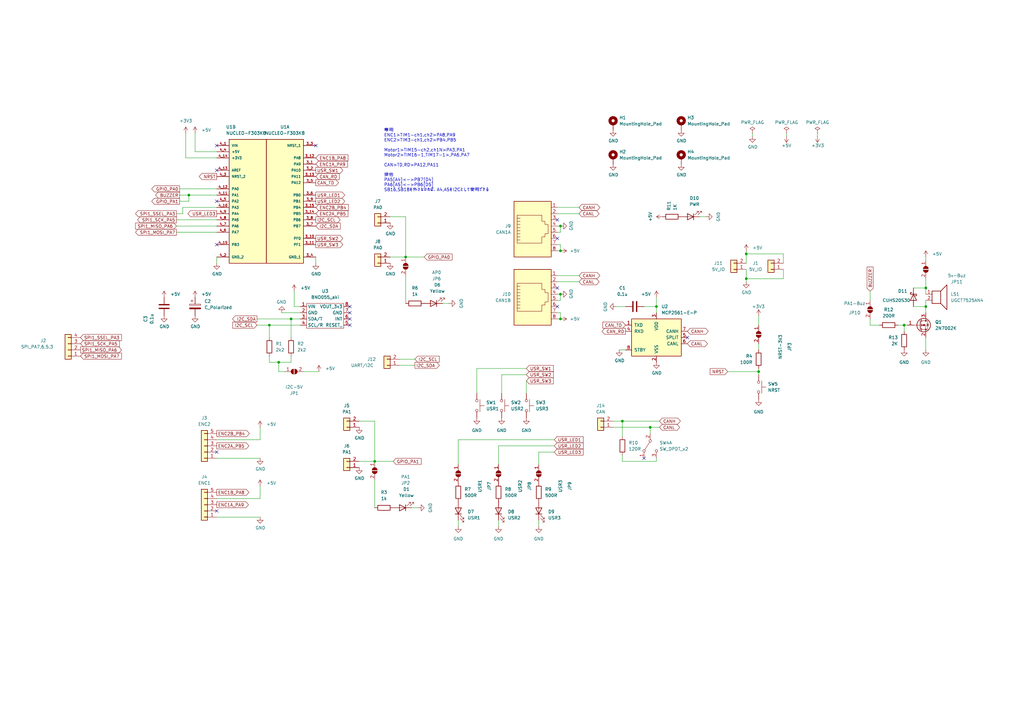
<source format=kicad_sch>
(kicad_sch (version 20211123) (generator eeschema)
  (paper "A3")
  (lib_symbols
    (symbol "Connector:RJ45" (pin_names (offset 1.016))
      (property "Reference" "J" (at -5.08 13.97 0))
      (property "Value" "RJ45" (at 2.54 13.97 0))
      (symbol "RJ45_1_1"
        (pin passive line (at 10.16 -7.62 180) (length 2.54) (name "~") (number "1"))
        (pin passive line (at 10.16 -5.08 180) (length 2.54) (name "~") (number "2"))
        (pin passive line (at 10.16 -2.54 180) (length 2.54) (name "~") (number "3"))
        (pin passive line (at 10.16 0 180) (length 2.54) (name "~") (number "4"))
        (pin passive line (at 10.16 2.54 180) (length 2.54) (name "~") (number "5"))
        (pin passive line (at 10.16 5.08 180) (length 2.54) (name "~") (number "6"))
        (pin passive line (at 10.16 7.62 180) (length 2.54) (name "~") (number "7"))
        (pin passive line (at 10.16 10.16 180) (length 2.54) (name "~") (number "8"))
      )
    )
    (symbol "Connector_Generic:Conn_01x02" (pin_names (offset 1.016) hide)
      (property "Reference" "J" (at 0 2.54 0))
      (property "Value" "Conn_01x02" (at 0 -5.08 0))
      (symbol "Conn_01x02_1_1"
        (pin passive line (at -5.08 0 0) (length 3.81) (name "Pin_1") (number "1"))
        (pin passive line (at -5.08 -2.54 0) (length 3.81) (name "Pin_2") (number "2"))
      )
    )
    (symbol "Connector_Generic:Conn_01x04" (pin_names (offset 1.016) hide)
      (property "Reference" "J" (at 0 5.08 0))
      (property "Value" "Conn_01x04" (at 0 -7.62 0))
      (symbol "Conn_01x04_1_1"
        (pin passive line (at -5.08 2.54 0) (length 3.81) (name "Pin_1") (number "1"))
        (pin passive line (at -5.08 0 0) (length 3.81) (name "Pin_2") (number "2"))
        (pin passive line (at -5.08 -2.54 0) (length 3.81) (name "Pin_3") (number "3"))
        (pin passive line (at -5.08 -5.08 0) (length 3.81) (name "Pin_4") (number "4"))
      )
    )
    (symbol "Connector_Generic:Conn_01x05" (pin_names (offset 1.016) hide)
      (property "Reference" "J" (at 0 7.62 0))
      (property "Value" "Conn_01x05" (at 0 -7.62 0))
      (symbol "Conn_01x05_1_1"
        (pin passive line (at -5.08 5.08 0) (length 3.81) (name "Pin_1") (number "1"))
        (pin passive line (at -5.08 2.54 0) (length 3.81) (name "Pin_2") (number "2"))
        (pin passive line (at -5.08 0 0) (length 3.81) (name "Pin_3") (number "3"))
        (pin passive line (at -5.08 -2.54 0) (length 3.81) (name "Pin_4") (number "4"))
        (pin passive line (at -5.08 -5.08 0) (length 3.81) (name "Pin_5") (number "5"))
      )
    )
    (symbol "Device:C" (pin_numbers hide) (pin_names (offset 0.254))
      (property "Reference" "C" (at 0.635 2.54 0))
      (property "Value" "C" (at 0.635 -2.54 0))
      (symbol "C_1_1"
        (pin passive line (at 0 3.81 270) (length 2.794) (name "~") (number "1"))
        (pin passive line (at 0 -3.81 90) (length 2.794) (name "~") (number "2"))
      )
    )
    (symbol "Device:C_Polarized" (pin_numbers hide) (pin_names (offset 0.254))
      (property "Reference" "C" (at 0.635 2.54 0))
      (property "Value" "C_Polarized" (at 0.635 -2.54 0))
      (symbol "C_Polarized_1_1"
        (pin passive line (at 0 3.81 270) (length 2.794) (name "~") (number "1"))
        (pin passive line (at 0 -3.81 90) (length 2.794) (name "~") (number "2"))
      )
    )
    (symbol "Device:D_Schottky" (pin_numbers hide) (pin_names (offset 1.016) hide)
      (property "Reference" "D" (at 0 2.54 0))
      (property "Value" "D_Schottky" (at 0 -2.54 0))
      (symbol "D_Schottky_1_1"
        (pin passive line (at -3.81 0 0) (length 2.54) (name "K") (number "1"))
        (pin passive line (at 3.81 0 180) (length 2.54) (name "A") (number "2"))
      )
    )
    (symbol "Device:LED" (pin_numbers hide) (pin_names (offset 1.016) hide)
      (property "Reference" "D" (at 0 2.54 0))
      (property "Value" "LED" (at 0 -2.54 0))
      (symbol "LED_1_1"
        (pin passive line (at -3.81 0 0) (length 2.54) (name "K") (number "1"))
        (pin passive line (at 3.81 0 180) (length 2.54) (name "A") (number "2"))
      )
    )
    (symbol "Device:Q_NMOS_GSD" (pin_names (offset 0) hide)
      (property "Reference" "Q" (at 5.08 1.27 0))
      (property "Value" "Q_NMOS_GSD" (at 5.08 -1.27 0))
      (symbol "Q_NMOS_GSD_1_1"
        (pin input line (at -5.08 0 0) (length 2.54) (name "G") (number "1"))
        (pin passive line (at 2.54 -5.08 90) (length 2.54) (name "S") (number "2"))
        (pin passive line (at 2.54 5.08 270) (length 2.54) (name "D") (number "3"))
      )
    )
    (symbol "Device:R" (pin_numbers hide) (pin_names (offset 0))
      (property "Reference" "R" (at 2.032 0 90))
      (property "Value" "R" (at 0 0 90))
      (symbol "R_1_1"
        (pin passive line (at 0 3.81 270) (length 1.27) (name "~") (number "1"))
        (pin passive line (at 0 -3.81 90) (length 1.27) (name "~") (number "2"))
      )
    )
    (symbol "Device:Speaker" (pin_names (offset 0) hide)
      (property "Reference" "LS" (at 1.27 5.715 0))
      (property "Value" "Speaker" (at 1.27 3.81 0))
      (symbol "Speaker_1_1"
        (pin input line (at -5.08 0 0) (length 2.54) (name "1") (number "1"))
        (pin input line (at -5.08 -2.54 0) (length 2.54) (name "2") (number "2"))
      )
    )
    (symbol "Interface_CAN_LIN:MCP2561-E-P" (pin_names (offset 1.016))
      (property "Reference" "U" (at -10.16 8.89 0))
      (property "Value" "MCP2561-E-P" (at 2.54 8.89 0))
      (symbol "MCP2561-E-P_1_1"
        (pin input line (at -12.7 5.08 0) (length 2.54) (name "TXD") (number "1"))
        (pin power_in line (at 0 -10.16 90) (length 2.54) (name "VSS") (number "2"))
        (pin power_in line (at 0 10.16 270) (length 2.54) (name "VDD") (number "3"))
        (pin output line (at -12.7 2.54 0) (length 2.54) (name "RXD") (number "4"))
        (pin passive line (at 12.7 0 180) (length 2.54) (name "SPLIT") (number "5"))
        (pin bidirectional line (at 12.7 -2.54 180) (length 2.54) (name "CANL") (number "6"))
        (pin bidirectional line (at 12.7 2.54 180) (length 2.54) (name "CANH") (number "7"))
        (pin input line (at -12.7 -5.08 0) (length 2.54) (name "STBY") (number "8"))
      )
    )
    (symbol "Jumper:SolderJumper_2_Open" (pin_names (offset 0) hide)
      (property "Reference" "JP" (at 0 2.032 0))
      (property "Value" "SolderJumper_2_Open" (at 0 -2.54 0))
      (symbol "SolderJumper_2_Open_1_1"
        (pin passive line (at -3.81 0 0) (length 2.54) (name "A") (number "1"))
        (pin passive line (at 3.81 0 180) (length 2.54) (name "B") (number "2"))
      )
    )
    (symbol "Mechanical:MountingHole_Pad" (pin_numbers hide) (pin_names (offset 1.016) hide)
      (property "Reference" "H" (at 0 6.35 0))
      (property "Value" "MountingHole_Pad" (at 0 4.445 0))
      (symbol "MountingHole_Pad_1_1"
        (pin input line (at 0 -2.54 90) (length 2.54) (name "1") (number "1"))
      )
    )
    (symbol "NUCLEO-F303K8:NUCLEO-F303K8" (pin_names (offset 1.016))
      (property "Reference" "U" (at -7.6292 25.9456 0))
      (property "Value" "NUCLEO-F303K8" (at -7.6233 -27.7005 0))
      (symbol "NUCLEO-F303K8_1_0"
        (pin bidirectional line (at 12.7 15.24 180) (length 5.08) (name "PA9") (number "3_1"))
        (pin bidirectional line (at 12.7 -15.24 180) (length 5.08) (name "PF0") (number "3_10"))
        (pin bidirectional line (at 12.7 -17.78 180) (length 5.08) (name "PF1") (number "3_11"))
        (pin bidirectional line (at 12.7 17.78 180) (length 5.08) (name "PA8") (number "3_12"))
        (pin bidirectional line (at 12.7 10.16 180) (length 5.08) (name "PA11") (number "3_13"))
        (pin bidirectional line (at 12.7 -5.08 180) (length 5.08) (name "PB5") (number "3_14"))
        (pin bidirectional line (at 12.7 -2.54 180) (length 5.08) (name "PB4") (number "3_15"))
        (pin bidirectional line (at 12.7 12.7 180) (length 5.08) (name "PA10") (number "3_2"))
        (pin bidirectional line (at 12.7 22.86 180) (length 5.08) (name "NRST_1") (number "3_3"))
        (pin power_in line (at 12.7 -22.86 180) (length 5.08) (name "GND_1") (number "3_4"))
        (pin bidirectional line (at 12.7 7.62 180) (length 5.08) (name "PA12") (number "3_5"))
        (pin bidirectional line (at 12.7 2.54 180) (length 5.08) (name "PB0") (number "3_6"))
        (pin bidirectional line (at 12.7 -10.16 180) (length 5.08) (name "PB7") (number "3_7"))
        (pin bidirectional line (at 12.7 -7.62 180) (length 5.08) (name "PB6") (number "3_8"))
        (pin bidirectional line (at 12.7 0 180) (length 5.08) (name "PB1") (number "3_9"))
      )
      (symbol "NUCLEO-F303K8_2_0"
        (pin power_in line (at 12.7 22.86 180) (length 5.08) (name "VIN") (number "4_1"))
        (pin bidirectional line (at 12.7 -2.54 180) (length 5.08) (name "PA3") (number "4_10"))
        (pin bidirectional line (at 12.7 2.54 180) (length 5.08) (name "PA1") (number "4_11"))
        (pin bidirectional line (at 12.7 5.08 180) (length 5.08) (name "PA0") (number "4_12"))
        (pin bidirectional line (at 12.7 12.7 180) (length 5.08) (name "AREF") (number "4_13"))
        (pin power_in line (at 12.7 17.78 180) (length 5.08) (name "+3V3") (number "4_14"))
        (pin bidirectional line (at 12.7 -17.78 180) (length 5.08) (name "PB3") (number "4_15"))
        (pin power_in line (at 12.7 -22.86 180) (length 5.08) (name "GND_2") (number "4_2"))
        (pin bidirectional line (at 12.7 10.16 180) (length 5.08) (name "NRST_2") (number "4_3"))
        (pin power_in line (at 12.7 20.32 180) (length 5.08) (name "+5V") (number "4_4"))
        (pin bidirectional line (at 12.7 0 180) (length 5.08) (name "PA2") (number "4_5"))
        (pin bidirectional line (at 12.7 -12.7 180) (length 5.08) (name "PA7") (number "4_6"))
        (pin bidirectional line (at 12.7 -10.16 180) (length 5.08) (name "PA6") (number "4_7"))
        (pin bidirectional line (at 12.7 -7.62 180) (length 5.08) (name "PA5") (number "4_8"))
        (pin bidirectional line (at 12.7 -5.08 180) (length 5.08) (name "PA4") (number "4_9"))
      )
    )
    (symbol "Original:BNO055_aki"
      (property "Reference" "U" (at 0 6.35 0))
      (property "Value" "BNO055_aki" (at 0 3.81 0))
      (symbol "BNO055_aki_1_1"
        (pin input line (at -2.54 -1.27 0) (length 2.54) (name "VIN") (number "1"))
        (pin input line (at -2.54 -3.81 0) (length 2.54) (name "GND") (number "2"))
        (pin input line (at -2.54 -6.35 0) (length 2.54) (name "SDA/T") (number "3"))
        (pin input line (at -2.54 -8.89 0) (length 2.54) (name "SCL/R") (number "4"))
        (pin input line (at 17.78 -8.89 180) (length 2.54) (name "RESET_") (number "5"))
        (pin input line (at 17.78 -6.35 180) (length 2.54) (name "INT") (number "6"))
        (pin input line (at 17.78 -3.81 180) (length 2.54) (name "GND") (number "7"))
        (pin input line (at 17.78 -1.27 180) (length 2.54) (name "VOUT_3v3") (number "8"))
      )
    )
    (symbol "Switch:SW_DPDT_x2" (pin_names (offset 0) hide)
      (property "Reference" "SW" (at 0 4.318 0))
      (property "Value" "SW_DPDT_x2" (at 0 -5.08 0))
      (symbol "SW_DPDT_x2_1_1"
        (pin passive line (at 5.08 2.54 180) (length 2.54) (name "A") (number "1"))
        (pin passive line (at -5.08 0 0) (length 2.54) (name "B") (number "2"))
        (pin passive line (at 5.08 -2.54 180) (length 2.54) (name "C") (number "3"))
      )
      (symbol "SW_DPDT_x2_2_1"
        (pin passive line (at 5.08 2.54 180) (length 2.54) (name "A") (number "4"))
        (pin passive line (at -5.08 0 0) (length 2.54) (name "B") (number "5"))
        (pin passive line (at 5.08 -2.54 180) (length 2.54) (name "C") (number "6"))
      )
    )
    (symbol "Switch:SW_Push" (pin_numbers hide) (pin_names (offset 1.016) hide)
      (property "Reference" "SW" (at 1.27 2.54 0))
      (property "Value" "SW_Push" (at 0 -1.524 0))
      (symbol "SW_Push_0_1"
        (pin passive line (at -5.08 0 0) (length 2.54) (name "1") (number "1"))
        (pin passive line (at 5.08 0 180) (length 2.54) (name "2") (number "2"))
      )
    )
    (symbol "power:+3V3" (power) (pin_names (offset 0))
      (property "Value" "+3V3" (at 0 3.556 0))
      (symbol "+3V3_1_1"
        (pin power_in line (at 0 0 90) (length 0) hide (name "+3V3") (number "1"))
      )
    )
    (symbol "power:+5V" (power) (pin_names (offset 0))
      (property "Value" "+5V" (at 0 3.556 0))
      (symbol "+5V_1_1"
        (pin power_in line (at 0 0 90) (length 0) hide (name "+5V") (number "1"))
      )
    )
    (symbol "power:GND" (power) (pin_names (offset 0))
      (property "Value" "GND" (at 0 -3.81 0))
      (symbol "GND_1_1"
        (pin power_in line (at 0 0 270) (length 0) hide (name "GND") (number "1"))
      )
    )
    (symbol "power:PWR_FLAG" (power) (pin_numbers hide) (pin_names (offset 0) hide)
      (property "Value" "PWR_FLAG" (at 0 3.81 0))
      (symbol "PWR_FLAG_0_0"
        (pin power_out line (at 0 0 90) (length 0) (name "pwr") (number "1"))
      )
    )
  )
  (junction (at 119.38 130.81))
  (junction (at 229.87 130.81))
  (junction (at 77.47 80.01))
  (junction (at 229.87 92.71))
  (junction (at 269.24 125.73))
  (junction (at 110.49 133.35))
  (junction (at 255.27 172.72))
  (junction (at 166.37 105.41))
  (junction (at 379.73 118.11))
  (junction (at 306.07 114.3))
  (junction (at 311.15 152.4))
  (junction (at 370.84 133.35))
  (junction (at 306.07 104.14))
  (junction (at 153.67 189.23))
  (junction (at 229.87 102.87))
  (junction (at 379.73 125.73))
  (junction (at 266.7 175.26))
  (junction (at 114.3 148.59))
  (junction (at 229.87 120.65))
  (no_connect (at 143.51 128.27))
  (no_connect (at 129.54 59.69))
  (no_connect (at 143.51 130.81))
  (no_connect (at 228.6 118.11))
  (no_connect (at 264.16 187.96))
  (no_connect (at 143.51 133.35))
  (no_connect (at 228.6 90.17))
  (no_connect (at 281.94 138.43))
  (no_connect (at 88.9 59.69))
  (no_connect (at 88.9 82.55))
  (no_connect (at 228.6 125.73))
  (no_connect (at 88.9 209.55))
  (no_connect (at 228.6 97.79))
  (no_connect (at 88.9 185.42))
  (no_connect (at 88.9 69.85))
  (no_connect (at 88.9 100.33))
  (no_connect (at 143.51 125.73))
  (wire (pts (xy 88.9 180.34) (xy 106.68 180.34)))
  (wire (pts (xy 74.93 87.63) (xy 72.39 87.63)))
  (wire (pts (xy 106.68 180.34) (xy 106.68 175.26)))
  (wire (pts (xy 306.07 102.87) (xy 306.07 104.14)))
  (wire (pts (xy 368.3 133.35) (xy 370.84 133.35)))
  (wire (pts (xy 228.6 123.19) (xy 229.87 123.19)))
  (wire (pts (xy 228.6 130.81) (xy 229.87 130.81)))
  (wire (pts (xy 228.6 102.87) (xy 229.87 102.87)))
  (wire (pts (xy 379.73 123.19) (xy 379.73 125.73)))
  (wire (pts (xy 72.39 92.71) (xy 88.9 92.71)))
  (wire (pts (xy 110.49 148.59) (xy 114.3 148.59)))
  (wire (pts (xy 153.67 189.23) (xy 161.29 189.23)))
  (wire (pts (xy 114.3 148.59) (xy 119.38 148.59)))
  (wire (pts (xy 306.07 104.14) (xy 306.07 107.95)))
  (wire (pts (xy 181.61 124.46) (xy 184.15 124.46)))
  (wire (pts (xy 204.47 213.36) (xy 204.47 215.9)))
  (wire (pts (xy 228.6 128.27) (xy 229.87 128.27)))
  (wire (pts (xy 74.93 85.09) (xy 88.9 85.09)))
  (wire (pts (xy 114.3 148.59) (xy 114.3 152.4)))
  (wire (pts (xy 228.6 85.09) (xy 237.49 85.09)))
  (wire (pts (xy 147.32 172.72) (xy 153.67 172.72)))
  (wire (pts (xy 228.6 113.03) (xy 237.49 113.03)))
  (wire (pts (xy 72.39 95.25) (xy 88.9 95.25)))
  (wire (pts (xy 322.58 54.61) (xy 322.58 55.88)))
  (wire (pts (xy 264.16 125.73) (xy 269.24 125.73)))
  (wire (pts (xy 163.83 147.32) (xy 170.18 147.32)))
  (wire (pts (xy 166.37 88.9) (xy 166.37 105.41)))
  (wire (pts (xy 308.61 55.88) (xy 308.61 54.61)))
  (wire (pts (xy 166.37 105.41) (xy 173.99 105.41)))
  (wire (pts (xy 227.33 180.34) (xy 187.96 180.34)))
  (wire (pts (xy 255.27 186.69) (xy 255.27 189.23)))
  (wire (pts (xy 220.98 213.36) (xy 220.98 215.9)))
  (wire (pts (xy 227.33 182.88) (xy 204.47 182.88)))
  (wire (pts (xy 251.46 172.72) (xy 255.27 172.72)))
  (wire (pts (xy 266.7 175.26) (xy 270.51 175.26)))
  (wire (pts (xy 195.58 161.29) (xy 195.58 151.13)))
  (wire (pts (xy 228.6 95.25) (xy 229.87 95.25)))
  (wire (pts (xy 73.66 80.01) (xy 77.47 80.01)))
  (wire (pts (xy 356.87 130.81) (xy 356.87 133.35)))
  (wire (pts (xy 255.27 189.23) (xy 269.24 189.23)))
  (wire (pts (xy 370.84 133.35) (xy 372.11 133.35)))
  (wire (pts (xy 147.32 189.23) (xy 153.67 189.23)))
  (wire (pts (xy 72.39 90.17) (xy 88.9 90.17)))
  (wire (pts (xy 168.91 208.28) (xy 171.45 208.28)))
  (wire (pts (xy 306.07 104.14) (xy 321.31 104.14)))
  (wire (pts (xy 153.67 172.72) (xy 153.67 189.23)))
  (wire (pts (xy 379.73 114.3) (xy 379.73 118.11)))
  (wire (pts (xy 120.65 125.73) (xy 123.19 125.73)))
  (wire (pts (xy 374.65 125.73) (xy 379.73 125.73)))
  (wire (pts (xy 220.98 190.5) (xy 220.98 185.42)))
  (wire (pts (xy 379.73 118.11) (xy 379.73 120.65)))
  (wire (pts (xy 105.41 130.81) (xy 119.38 130.81)))
  (wire (pts (xy 298.45 152.4) (xy 311.15 152.4)))
  (wire (pts (xy 166.37 113.03) (xy 166.37 124.46)))
  (wire (pts (xy 74.93 85.09) (xy 74.93 87.63)))
  (wire (pts (xy 220.98 185.42) (xy 227.33 185.42)))
  (wire (pts (xy 110.49 133.35) (xy 110.49 138.43)))
  (wire (pts (xy 114.3 152.4) (xy 116.84 152.4)))
  (wire (pts (xy 77.47 82.55) (xy 77.47 80.01)))
  (wire (pts (xy 311.15 151.13) (xy 311.15 152.4)))
  (wire (pts (xy 379.73 125.73) (xy 379.73 128.27)))
  (wire (pts (xy 370.84 135.89) (xy 370.84 133.35)))
  (wire (pts (xy 255.27 172.72) (xy 270.51 172.72)))
  (wire (pts (xy 110.49 133.35) (xy 123.19 133.35)))
  (wire (pts (xy 306.07 110.49) (xy 306.07 114.3)))
  (wire (pts (xy 255.27 172.72) (xy 255.27 179.07)))
  (wire (pts (xy 215.9 156.21) (xy 215.9 161.29)))
  (wire (pts (xy 80.01 54.61) (xy 80.01 62.23)))
  (wire (pts (xy 269.24 121.92) (xy 269.24 125.73)))
  (wire (pts (xy 229.87 100.33) (xy 229.87 102.87)))
  (wire (pts (xy 124.46 152.4) (xy 130.81 152.4)))
  (wire (pts (xy 187.96 180.34) (xy 187.96 190.5)))
  (wire (pts (xy 205.74 153.67) (xy 215.9 153.67)))
  (wire (pts (xy 266.7 175.26) (xy 266.7 177.8)))
  (wire (pts (xy 228.6 100.33) (xy 229.87 100.33)))
  (wire (pts (xy 77.47 80.01) (xy 88.9 80.01)))
  (wire (pts (xy 229.87 120.65) (xy 229.87 123.19)))
  (wire (pts (xy 321.31 110.49) (xy 321.31 114.3)))
  (wire (pts (xy 379.73 105.41) (xy 379.73 106.68)))
  (wire (pts (xy 153.67 196.85) (xy 153.67 208.28)))
  (wire (pts (xy 195.58 151.13) (xy 215.9 151.13)))
  (wire (pts (xy 356.87 133.35) (xy 360.68 133.35)))
  (wire (pts (xy 187.96 213.36) (xy 187.96 215.9)))
  (wire (pts (xy 251.46 175.26) (xy 266.7 175.26)))
  (wire (pts (xy 311.15 129.54) (xy 311.15 133.35)))
  (wire (pts (xy 115.57 128.27) (xy 123.19 128.27)))
  (wire (pts (xy 106.68 204.47) (xy 106.68 199.39)))
  (wire (pts (xy 287.02 88.9) (xy 289.56 88.9)))
  (wire (pts (xy 228.6 120.65) (xy 229.87 120.65)))
  (wire (pts (xy 73.66 82.55) (xy 77.47 82.55)))
  (wire (pts (xy 228.6 115.57) (xy 237.49 115.57)))
  (wire (pts (xy 88.9 107.95) (xy 88.9 105.41)))
  (wire (pts (xy 228.6 92.71) (xy 229.87 92.71)))
  (wire (pts (xy 254 143.51) (xy 256.54 143.51)))
  (wire (pts (xy 110.49 146.05) (xy 110.49 148.59)))
  (wire (pts (xy 119.38 130.81) (xy 119.38 138.43)))
  (wire (pts (xy 105.41 133.35) (xy 110.49 133.35)))
  (wire (pts (xy 356.87 119.38) (xy 356.87 123.19)))
  (wire (pts (xy 269.24 187.96) (xy 269.24 189.23)))
  (wire (pts (xy 160.02 105.41) (xy 166.37 105.41)))
  (wire (pts (xy 229.87 128.27) (xy 229.87 130.81)))
  (wire (pts (xy 321.31 114.3) (xy 306.07 114.3)))
  (wire (pts (xy 73.66 77.47) (xy 88.9 77.47)))
  (wire (pts (xy 379.73 138.43) (xy 379.73 143.51)))
  (wire (pts (xy 205.74 161.29) (xy 205.74 153.67)))
  (wire (pts (xy 129.54 107.95) (xy 129.54 105.41)))
  (wire (pts (xy 163.83 149.86) (xy 170.18 149.86)))
  (wire (pts (xy 80.01 62.23) (xy 88.9 62.23)))
  (wire (pts (xy 269.24 125.73) (xy 269.24 128.27)))
  (wire (pts (xy 119.38 130.81) (xy 123.19 130.81)))
  (wire (pts (xy 311.15 152.4) (xy 311.15 153.67)))
  (wire (pts (xy 88.9 204.47) (xy 106.68 204.47)))
  (wire (pts (xy 80.01 121.92) (xy 80.0099 121.92)))
  (wire (pts (xy 76.2 54.61) (xy 76.2 64.77)))
  (wire (pts (xy 252.73 125.73) (xy 256.54 125.73)))
  (wire (pts (xy 306.07 114.3) (xy 306.07 115.57)))
  (wire (pts (xy 204.47 182.88) (xy 204.47 190.5)))
  (wire (pts (xy 335.28 54.61) (xy 335.28 55.88)))
  (wire (pts (xy 321.31 107.95) (xy 321.31 104.14)))
  (wire (pts (xy 160.02 88.9) (xy 166.37 88.9)))
  (wire (pts (xy 120.65 119.38) (xy 120.65 125.73)))
  (wire (pts (xy 106.68 187.96) (xy 88.9 187.96)))
  (wire (pts (xy 228.6 87.63) (xy 237.49 87.63)))
  (wire (pts (xy 119.38 146.05) (xy 119.38 148.59)))
  (wire (pts (xy 229.87 92.71) (xy 229.87 95.25)))
  (wire (pts (xy 76.2 64.77) (xy 88.9 64.77)))
  (wire (pts (xy 106.68 212.09) (xy 88.9 212.09)))
  (wire (pts (xy 374.65 118.11) (xy 379.73 118.11)))
  (wire (pts (xy 311.15 140.97) (xy 311.15 143.51)))
  (text "専用\nENC1>TIM1-ch1.ch2>PA8,PA9\nENC2>TIM3-ch1,ch2>PB4,PB5\n\nMotor1>TIM15-ch2,ch1N>PA3,PA1\nMotor2>TIM16-1,TIM17-1>,PA6,PA7\n\nCAN>TD,RD>PA12,PA11" (at 157.48 68.58 0) (effects (font (size 1.27 1.27)) (justify left bottom)))
  (text "排他\nPA5[A4]<->PB7[D4]\nPA6[A5]<->PB6[D5]\nSB16,SB18を外さなければ、A4,A5をI2Cとして使用できる" (at 157.48 78.74 0) (effects (font (size 1.27 1.27)) (justify left bottom)))
  (global_label "USR_SW3" (shape output) (at 129.54 100.33 0) (property "Intersheet References" "${INTERSHEET_REFS}" (effects hide)))
  (global_label "I2C_SDA" (shape input) (at 129.54 92.71 0) (property "Intersheet References" "${INTERSHEET_REFS}" (effects hide)))
  (global_label "I2C_SCL" (shape input) (at 170.18 147.32 0) (property "Intersheet References" "${INTERSHEET_REFS}" (effects hide)))
  (global_label "USR_SW3" (shape input) (at 215.9 156.21 0) (property "Intersheet References" "${INTERSHEET_REFS}" (effects hide)))
  (global_label "ENC2B_PB4" (shape input) (at 129.54 85.09 0) (property "Intersheet References" "${INTERSHEET_REFS}" (effects hide)))
  (global_label "CANH" (shape bidirectional) (at 237.49 113.03 0) (property "Intersheet References" "${INTERSHEET_REFS}" (effects hide)))
  (global_label "ENC1A_PA9" (shape input) (at 129.54 67.31 0) (property "Intersheet References" "${INTERSHEET_REFS}" (effects hide)))
  (global_label "ENC1A_PA9" (shape output) (at 88.9 207.01 0) (property "Intersheet References" "${INTERSHEET_REFS}" (effects hide)))
  (global_label "USR_SW2" (shape output) (at 129.54 97.79 0) (property "Intersheet References" "${INTERSHEET_REFS}" (effects hide)))
  (global_label "BUZZER" (shape output) (at 73.66 80.01 180) (property "Intersheet References" "${INTERSHEET_REFS}" (effects hide)))
  (global_label "NRST" (shape input) (at 298.45 152.4 180) (property "Intersheet References" "${INTERSHEET_REFS}" (effects hide)))
  (global_label "ENC2B_PB4" (shape output) (at 88.9 177.8 0) (property "Intersheet References" "${INTERSHEET_REFS}" (effects hide)))
  (global_label "SPI1_SSEL_PA3" (shape output) (at 72.39 87.63 180) (property "Intersheet References" "${INTERSHEET_REFS}" (effects hide)))
  (global_label "NRST" (shape output) (at 88.9 72.39 180) (property "Intersheet References" "${INTERSHEET_REFS}" (effects hide)))
  (global_label "CANL" (shape bidirectional) (at 237.49 115.57 0) (property "Intersheet References" "${INTERSHEET_REFS}" (effects hide)))
  (global_label "CANL" (shape bidirectional) (at 270.51 175.26 0) (property "Intersheet References" "${INTERSHEET_REFS}" (effects hide)))
  (global_label "SPI1_MOSI_PA7" (shape input) (at 33.02 146.05 0) (property "Intersheet References" "${INTERSHEET_REFS}" (effects hide)))
  (global_label "GPIO_PA1" (shape input) (at 161.29 189.23 0) (property "Intersheet References" "${INTERSHEET_REFS}" (effects hide)))
  (global_label "ENC2A_PB5" (shape input) (at 129.54 87.63 0) (property "Intersheet References" "${INTERSHEET_REFS}" (effects hide)))
  (global_label "USR_SW2" (shape input) (at 215.9 153.67 0) (property "Intersheet References" "${INTERSHEET_REFS}" (effects hide)))
  (global_label "USR_LED2" (shape input) (at 227.33 182.88 0) (property "Intersheet References" "${INTERSHEET_REFS}" (effects hide)))
  (global_label "I2C_SDA" (shape output) (at 105.41 130.81 180) (property "Intersheet References" "${INTERSHEET_REFS}" (effects hide)))
  (global_label "SPI1_MOSI_PA7" (shape output) (at 72.39 95.25 180) (property "Intersheet References" "${INTERSHEET_REFS}" (effects hide)))
  (global_label "I2C_SCL" (shape input) (at 105.41 133.35 180) (property "Intersheet References" "${INTERSHEET_REFS}" (effects hide)))
  (global_label "I2C_SDA" (shape output) (at 170.18 149.86 0) (property "Intersheet References" "${INTERSHEET_REFS}" (effects hide)))
  (global_label "ENC2A_PB5" (shape output) (at 88.9 182.88 0) (property "Intersheet References" "${INTERSHEET_REFS}" (effects hide)))
  (global_label "BUZZER" (shape input) (at 356.87 119.38 90) (property "Intersheet References" "${INTERSHEET_REFS}" (effects hide)))
  (global_label "USR_LED3" (shape input) (at 227.33 185.42 0) (property "Intersheet References" "${INTERSHEET_REFS}" (effects hide)))
  (global_label "CANH" (shape bidirectional) (at 270.51 172.72 0) (property "Intersheet References" "${INTERSHEET_REFS}" (effects hide)))
  (global_label "USR_LED3" (shape output) (at 88.9 87.63 180) (property "Intersheet References" "${INTERSHEET_REFS}" (effects hide)))
  (global_label "SPI1_MISO_PA6" (shape input) (at 72.39 92.71 180) (property "Intersheet References" "${INTERSHEET_REFS}" (effects hide)))
  (global_label "GPIO_PA0" (shape input) (at 173.99 105.41 0) (property "Intersheet References" "${INTERSHEET_REFS}" (effects hide)))
  (global_label "CAN_RD" (shape input) (at 129.54 72.39 0) (property "Intersheet References" "${INTERSHEET_REFS}" (effects hide)))
  (global_label "GPIO_PA0" (shape output) (at 73.66 77.47 180) (property "Intersheet References" "${INTERSHEET_REFS}" (effects hide)))
  (global_label "USR_LED1" (shape output) (at 129.54 80.01 0) (property "Intersheet References" "${INTERSHEET_REFS}" (effects hide)))
  (global_label "USR_SW1" (shape output) (at 129.54 69.85 0) (property "Intersheet References" "${INTERSHEET_REFS}" (effects hide)))
  (global_label "ENC1B_PA8" (shape input) (at 129.54 64.77 0) (property "Intersheet References" "${INTERSHEET_REFS}" (effects hide)))
  (global_label "I2C_SCL" (shape output) (at 129.54 90.17 0) (property "Intersheet References" "${INTERSHEET_REFS}" (effects hide)))
  (global_label "SPI1_MISO_PA6" (shape output) (at 33.02 143.51 0) (property "Intersheet References" "${INTERSHEET_REFS}" (effects hide)))
  (global_label "GPIO_PA1" (shape output) (at 73.66 82.55 180) (property "Intersheet References" "${INTERSHEET_REFS}" (effects hide)))
  (global_label "SPI1_SCK_PA5" (shape output) (at 72.39 90.17 180) (property "Intersheet References" "${INTERSHEET_REFS}" (effects hide)))
  (global_label "SPI1_SCK_PA5" (shape input) (at 33.02 140.97 0) (property "Intersheet References" "${INTERSHEET_REFS}" (effects hide)))
  (global_label "CANL" (shape bidirectional) (at 237.49 87.63 0) (property "Intersheet References" "${INTERSHEET_REFS}" (effects hide)))
  (global_label "CAN_TD" (shape input) (at 256.54 133.35 180) (property "Intersheet References" "${INTERSHEET_REFS}" (effects hide)))
  (global_label "USR_LED2" (shape output) (at 129.54 82.55 0) (property "Intersheet References" "${INTERSHEET_REFS}" (effects hide)))
  (global_label "CAN_RD" (shape output) (at 256.54 135.89 180) (property "Intersheet References" "${INTERSHEET_REFS}" (effects hide)))
  (global_label "ENC1B_PA8" (shape output) (at 88.9 201.93 0) (property "Intersheet References" "${INTERSHEET_REFS}" (effects hide)))
  (global_label "USR_LED1" (shape input) (at 227.33 180.34 0) (property "Intersheet References" "${INTERSHEET_REFS}" (effects hide)))
  (global_label "USR_SW1" (shape input) (at 215.9 151.13 0) (property "Intersheet References" "${INTERSHEET_REFS}" (effects hide)))
  (global_label "CANH" (shape bidirectional) (at 281.94 135.89 0) (property "Intersheet References" "${INTERSHEET_REFS}" (effects hide)))
  (global_label "CANH" (shape bidirectional) (at 237.49 85.09 0) (property "Intersheet References" "${INTERSHEET_REFS}" (effects hide)))
  (global_label "CANL" (shape bidirectional) (at 281.94 140.97 0) (property "Intersheet References" "${INTERSHEET_REFS}" (effects hide)))
  (global_label "CAN_TD" (shape output) (at 129.54 74.93 0) (property "Intersheet References" "${INTERSHEET_REFS}" (effects hide)))
  (global_label "SPI1_SSEL_PA3" (shape input) (at 33.02 138.43 0) (property "Intersheet References" "${INTERSHEET_REFS}" (effects hide)))
  (symbol (lib_id "Device:LED") (at 187.96 209.55 90) (unit 1)
    (property "Reference" "D7" (at 191.77 209.8674 90) (effects (justify right)))
    (property "Value" "USR1" (at 191.77 212.4074 90) (effects (justify right)))
    (property "Footprint" "LED_SMD:LED_0603_1608Metric" (effects hide))
    (property "Datasheet" "https://akizukidenshi.com/catalog/g/gI-11879/" (effects hide))
  )
  (symbol (lib_id "Jumper:SolderJumper_2_Open") (at 204.47 194.31 270) (unit 1)
    (property "Reference" "JP8" (at 217.17 199.39 0))
    (property "Value" "USR2" (at 213.36 199.39 0))
    (property "Footprint" "Original:solderbridge" (effects hide))
  )
  (symbol (lib_id "power:+5V") (at 229.87 102.87 270) (unit 1)
    (property "Reference" "#PWR028" (effects hide))
    (property "Value" "+5V" (at 233.68 102.8699 90) (effects (justify left)))
  )
  (symbol (lib_id "Jumper:SolderJumper_2_Open") (at 220.98 194.31 270) (unit 1)
    (property "Reference" "JP9" (at 233.68 199.39 0))
    (property "Value" "USR3" (at 229.87 199.39 0))
    (property "Footprint" "Original:solderbridge" (effects hide))
  )
  (symbol (lib_id "Jumper:SolderJumper_2_Open") (at 311.15 137.16 270) (unit 1)
    (property "Reference" "JP3" (at 323.85 142.24 0))
    (property "Value" "NRST-3V3" (at 320.04 142.24 0))
    (property "Footprint" "Original:solderbridge" (effects hide))
  )
  (symbol (lib_id "Device:R") (at 110.49 142.24 0) (unit 1)
    (property "Reference" "R1" (at 113.03 140.9699 0) (effects (justify left)))
    (property "Value" "2k2" (at 113.03 143.5099 0) (effects (justify left)))
    (property "Footprint" "Resistor_SMD:R_0805_2012Metric" (effects hide))
  )
  (symbol (lib_id "power:GND") (at 184.15 124.46 90) (unit 1)
    (property "Reference" "#PWR020" (effects hide))
    (property "Value" "GND" (at 189.23 124.46 0))
  )
  (symbol (lib_id "Device:Speaker") (at 384.81 120.65 0) (unit 1)
    (property "Reference" "LS1" (at 389.89 120.6499 0) (effects (justify left)))
    (property "Value" "UGCT7525AN4" (at 389.89 123.1899 0) (effects (justify left)))
    (property "Footprint" "Original:UGCT7525AN4" (effects hide))
  )
  (symbol (lib_id "Switch:SW_Push") (at 311.15 158.75 270) (unit 1)
    (property "Reference" "SW5" (at 314.96 157.4799 90) (effects (justify left)))
    (property "Value" "NRST" (at 314.96 160.0199 90) (effects (justify left)))
    (property "Footprint" "Original:SW_SPST_PTS810_HandSolder" (effects hide))
    (property "Datasheet" "https://akizukidenshi.com/catalog/g/gP-06185/" (effects hide))
  )
  (symbol (lib_id "Device:LED") (at 165.1 208.28 180) (unit 1)
    (property "Reference" "D1" (at 166.6875 200.66 0))
    (property "Value" "Yellow" (at 166.6875 203.2 0))
    (property "Footprint" "LED_SMD:LED_0603_1608Metric" (effects hide))
  )
  (symbol (lib_id "Mechanical:MountingHole_Pad") (at 279.4 50.8 0) (unit 1)
    (property "Reference" "H3" (at 281.94 48.2599 0) (effects (justify left)))
    (property "Value" "MountingHole_Pad" (at 281.94 50.7999 0) (effects (justify left)))
    (property "Footprint" "MountingHole:MountingHole_3.2mm_M3_DIN965_Pad" (effects hide))
  )
  (symbol (lib_id "power:GND") (at 88.9 107.95 0) (unit 1)
    (property "Reference" "#PWR05" (effects hide))
    (property "Value" "GND" (at 89.027 112.3442 0))
  )
  (symbol (lib_id "Device:C") (at 260.35 125.73 90) (unit 1)
    (property "Reference" "C1" (at 255.27 118.11 90))
    (property "Value" "0.1u" (at 255.27 120.65 90))
    (property "Footprint" "Capacitor_SMD:C_0805_2012Metric_Pad1.18x1.45mm_HandSolder" (effects hide))
  )
  (symbol (lib_id "power:+5V") (at 67.31 121.92 0) (mirror y) (unit 1)
    (property "Reference" "#PWR017" (effects hide))
    (property "Value" "+5V" (at 69.85 120.6499 0) (effects (justify right)))
  )
  (symbol (lib_id "power:+5V") (at 269.24 121.92 0) (unit 1)
    (property "Reference" "#PWR035" (effects hide))
    (property "Value" "+5V" (at 262.89 120.65 0) (effects (justify left)))
  )
  (symbol (lib_id "power:GND") (at 160.02 91.44 0) (unit 1)
    (property "Reference" "#PWR018" (effects hide))
    (property "Value" "GND" (at 160.147 95.8342 0))
  )
  (symbol (lib_id "Connector_Generic:Conn_01x02") (at 142.24 175.26 180) (unit 1)
    (property "Reference" "J5" (at 142.24 166.37 0))
    (property "Value" "PA1" (at 142.24 168.91 0))
    (property "Footprint" "Connector_PinHeader_2.54mm:PinHeader_1x02_P2.54mm_Vertical" (effects hide))
  )
  (symbol (lib_id "power:GND") (at 229.87 120.65 90) (unit 1)
    (property "Reference" "#PWR029" (effects hide))
    (property "Value" "GND" (at 234.2642 120.523 0))
  )
  (symbol (lib_id "Mechanical:MountingHole_Pad") (at 251.46 50.8 0) (unit 1)
    (property "Reference" "H1" (at 254 48.2599 0) (effects (justify left)))
    (property "Value" "MountingHole_Pad" (at 254 50.7999 0) (effects (justify left)))
    (property "Footprint" "MountingHole:MountingHole_3.2mm_M3_DIN965_Pad" (effects hide))
  )
  (symbol (lib_id "power:+5V") (at 106.68 199.39 0) (mirror y) (unit 1)
    (property "Reference" "#PWR08" (effects hide))
    (property "Value" "+5V" (at 109.22 198.1199 0) (effects (justify right)))
  )
  (symbol (lib_id "Device:R") (at 204.47 201.93 0) (unit 1)
    (property "Reference" "R8" (at 207.01 200.6599 0) (effects (justify left)))
    (property "Value" "500R" (at 207.01 203.1999 0) (effects (justify left)))
    (property "Footprint" "Resistor_SMD:R_0805_2012Metric" (effects hide))
  )
  (symbol (lib_id "Device:R") (at 311.15 147.32 0) (mirror x) (unit 1)
    (property "Reference" "R4" (at 308.61 146.0499 0) (effects (justify right)))
    (property "Value" "100R" (at 308.61 148.5899 0) (effects (justify right)))
    (property "Footprint" "Resistor_SMD:R_0805_2012Metric_Pad1.20x1.40mm_HandSolder" (effects hide))
  )
  (symbol (lib_id "Device:D_Schottky") (at 374.65 121.92 90) (mirror x) (unit 1)
    (property "Reference" "D11" (at 368.3 119.38 90) (effects (justify right)))
    (property "Value" "CUHS20S30" (at 361.95 123.19 90) (effects (justify right)))
    (property "Footprint" "Diode_SMD:D_TUMD2" (effects hide))
  )
  (symbol (lib_id "Connector_Generic:Conn_01x05") (at 83.82 207.01 180) (unit 1)
    (property "Reference" "J4" (at 83.82 195.58 0))
    (property "Value" "ENC1" (at 83.82 198.12 0))
    (property "Footprint" "Connector_JST:JST_XA_B05B-XASK-1_1x05_P2.50mm_Vertical" (effects hide))
  )
  (symbol (lib_id "power:GND") (at 115.57 128.27 180) (unit 1)
    (property "Reference" "#PWR010" (effects hide))
    (property "Value" "GND" (at 115.443 123.8758 0))
  )
  (symbol (lib_id "power:GND") (at 251.46 67.31 0) (unit 1)
    (property "Reference" "#PWR032" (effects hide))
    (property "Value" "GND" (at 251.587 71.7042 0))
  )
  (symbol (lib_id "power:GND") (at 254 143.51 0) (unit 1)
    (property "Reference" "#PWR034" (effects hide))
    (property "Value" "GND" (at 254.127 147.9042 0))
  )
  (symbol (lib_id "Connector_Generic:Conn_01x02") (at 300.99 110.49 180) (unit 1)
    (property "Reference" "J11" (at 294.64 107.95 0))
    (property "Value" "5V_IO" (at 294.64 110.49 0))
    (property "Footprint" "Connector_JST:JST_XA_B02B-XASK-1_1x02_P2.50mm_Vertical" (effects hide))
  )
  (symbol (lib_id "Connector_Generic:Conn_01x02") (at 246.38 175.26 180) (unit 1)
    (property "Reference" "J14" (at 246.38 166.37 0))
    (property "Value" "CAN" (at 246.38 168.91 0))
    (property "Footprint" "Connector_JST:JST_GH_SM02B-GHS-TB_1x02-1MP_P1.25mm_Horizontal" (effects hide))
  )
  (symbol (lib_id "power:GND") (at 67.31 129.54 0) (unit 1)
    (property "Reference" "#PWR051" (effects hide))
    (property "Value" "GND" (at 67.437 133.9342 0))
  )
  (symbol (lib_id "NUCLEO-F303K8:NUCLEO-F303K8") (at 116.84 82.55 0) (unit 1)
    (property "Reference" "U1" (at 116.84 52.07 0))
    (property "Value" "NUCLEO-F303K8" (at 116.84 54.61 0))
    (property "Footprint" "NUCLEO-F303K8:MODULE_NUCLEO-F303K8" (effects hide))
    (property "PARTREV" "5" (effects hide))
    (property "MANUFACTURER" "STMicroelectronics" (effects hide))
    (property "SNAPEDA_PN" "NUCLEO-F303K8" (effects hide))
    (property "MAXIMUM_PACKAGE_HEIGHT" "N/A" (effects hide))
    (property "STANDARD" "Manufacturer Recommendations" (effects hide))
  )
  (symbol (lib_id "power:GND") (at 306.07 115.57 0) (unit 1)
    (property "Reference" "#PWR043" (effects hide))
    (property "Value" "GND" (at 306.197 119.9642 0))
  )
  (symbol (lib_id "power:GND") (at 195.58 171.45 0) (unit 1)
    (property "Reference" "#PWR022" (effects hide))
    (property "Value" "GND" (at 195.58 176.53 0))
  )
  (symbol (lib_id "power:GND") (at 160.02 107.95 0) (unit 1)
    (property "Reference" "#PWR019" (effects hide))
    (property "Value" "GND" (at 160.147 112.3442 0))
  )
  (symbol (lib_id "Device:LED") (at 220.98 209.55 90) (unit 1)
    (property "Reference" "D9" (at 224.79 209.8674 90) (effects (justify right)))
    (property "Value" "USR3" (at 224.79 212.4074 90) (effects (justify right)))
    (property "Footprint" "LED_SMD:LED_0603_1608Metric" (effects hide))
    (property "Datasheet" "https://akizukidenshi.com/catalog/g/gI-11879/" (effects hide))
  )
  (symbol (lib_id "Connector:RJ45") (at 218.44 92.71 0) (mirror x) (unit 1)
    (property "Reference" "J9" (at 209.55 92.7099 0) (effects (justify right)))
    (property "Value" "CAN1A" (at 209.55 95.2499 0) (effects (justify right)))
    (property "Footprint" "Original:Kai_LAN_RJ45_Neltron_Industrial_7810-8P8C" (effects hide))
    (property "Datasheet" "https://akizukidenshi.com/catalog/g/gC-00159/" (effects hide))
  )
  (symbol (lib_id "Device:LED") (at 177.8 124.46 180) (unit 1)
    (property "Reference" "D6" (at 179.3875 116.84 0))
    (property "Value" "Yellow" (at 179.3875 119.38 0))
    (property "Footprint" "LED_SMD:LED_0603_1608Metric" (effects hide))
  )
  (symbol (lib_id "power:GND") (at 80.01 129.54 0) (unit 1)
    (property "Reference" "#PWR04" (effects hide))
    (property "Value" "GND" (at 80.137 133.9342 0))
  )
  (symbol (lib_id "power:GND") (at 147.32 191.77 0) (unit 1)
    (property "Reference" "#PWR015" (effects hide))
    (property "Value" "GND" (at 147.447 196.1642 0))
  )
  (symbol (lib_id "power:GND") (at 187.96 215.9 0) (unit 1)
    (property "Reference" "#PWR021" (effects hide))
    (property "Value" "GND" (at 187.96 220.98 0))
  )
  (symbol (lib_id "power:PWR_FLAG") (at 322.58 54.61 0) (unit 1)
    (property "Reference" "#FLG02" (effects hide))
    (property "Value" "PWR_FLAG" (at 322.58 50.2158 0))
  )
  (symbol (lib_id "power:GND") (at 215.9 171.45 0) (unit 1)
    (property "Reference" "#PWR025" (effects hide))
    (property "Value" "GND" (at 215.9 176.53 0))
  )
  (symbol (lib_id "power:GND") (at 379.73 143.51 0) (unit 1)
    (property "Reference" "#PWR050" (effects hide))
    (property "Value" "GND" (at 379.73 148.59 0))
  )
  (symbol (lib_id "power:GND") (at 147.32 175.26 0) (unit 1)
    (property "Reference" "#PWR014" (effects hide))
    (property "Value" "GND" (at 147.447 179.6542 0))
  )
  (symbol (lib_id "Device:R") (at 220.98 201.93 0) (unit 1)
    (property "Reference" "R9" (at 223.52 200.6599 0) (effects (justify left)))
    (property "Value" "500R" (at 223.52 203.1999 0) (effects (justify left)))
    (property "Footprint" "Resistor_SMD:R_0805_2012Metric" (effects hide))
  )
  (symbol (lib_id "power:GND") (at 106.68 187.96 0) (unit 1)
    (property "Reference" "#PWR07" (effects hide))
    (property "Value" "GND" (at 106.807 192.3542 0))
  )
  (symbol (lib_id "Connector:RJ45") (at 218.44 120.65 0) (mirror x) (unit 1)
    (property "Reference" "J10" (at 209.55 120.6499 0) (effects (justify right)))
    (property "Value" "CAN1B" (at 209.55 123.1899 0) (effects (justify right)))
    (property "Footprint" "Original:Kai_LAN_RJ45_Neltron_Industrial_7810-8P8C" (effects hide))
    (property "Datasheet" "https://akizukidenshi.com/catalog/g/gC-00159/" (effects hide))
  )
  (symbol (lib_id "Device:Q_NMOS_GSD") (at 377.19 133.35 0) (unit 1)
    (property "Reference" "Q1" (at 383.54 132.0799 0) (effects (justify left)))
    (property "Value" "2N7002K" (at 383.54 134.6199 0) (effects (justify left)))
    (property "Footprint" "Package_TO_SOT_SMD:SOT-23" (effects hide))
  )
  (symbol (lib_id "power:GND") (at 204.47 215.9 0) (unit 1)
    (property "Reference" "#PWR023" (effects hide))
    (property "Value" "GND" (at 204.47 220.98 0))
  )
  (symbol (lib_id "Connector_Generic:Conn_01x05") (at 83.82 182.88 180) (unit 1)
    (property "Reference" "J3" (at 83.82 171.45 0))
    (property "Value" "ENC2" (at 83.82 173.99 0))
    (property "Footprint" "Connector_JST:JST_XA_B05B-XASK-1_1x05_P2.50mm_Vertical" (effects hide))
  )
  (symbol (lib_id "power:GND") (at 171.45 208.28 90) (unit 1)
    (property "Reference" "#PWR016" (effects hide))
    (property "Value" "GND" (at 176.53 208.28 0))
  )
  (symbol (lib_id "Connector_Generic:Conn_01x02") (at 142.24 191.77 180) (unit 1)
    (property "Reference" "J6" (at 142.24 182.88 0))
    (property "Value" "PA1" (at 142.24 185.42 0))
    (property "Footprint" "Connector_JST:JST_XA_B02B-XASK-1_1x02_P2.50mm_Vertical" (effects hide))
  )
  (symbol (lib_id "power:+5V") (at 80.0099 121.92 0) (mirror y) (unit 1)
    (property "Reference" "#PWR03" (effects hide))
    (property "Value" "+5V" (at 82.5499 120.6499 0) (effects (justify right)))
  )
  (symbol (lib_id "power:+5V") (at 379.73 105.41 0) (unit 1)
    (property "Reference" "#PWR049" (effects hide))
    (property "Value" "+5V" (at 382.27 104.1399 0) (effects (justify left)))
  )
  (symbol (lib_id "power:GND") (at 251.46 53.34 0) (unit 1)
    (property "Reference" "#PWR031" (effects hide))
    (property "Value" "GND" (at 251.587 57.7342 0))
  )
  (symbol (lib_id "power:GND") (at 308.61 55.88 0) (unit 1)
    (property "Reference" "#PWR044" (effects hide))
    (property "Value" "GND" (at 308.737 60.2742 0))
  )
  (symbol (lib_id "NUCLEO-F303K8:NUCLEO-F303K8") (at 101.6 82.55 0) (mirror y) (unit 2)
    (property "Reference" "U1" (at 92.71 52.07 0) (effects (justify right)))
    (property "Value" "NUCLEO-F303K8" (at 92.71 54.61 0) (effects (justify right)))
    (property "Footprint" "NUCLEO-F303K8:MODULE_NUCLEO-F303K8" (effects hide))
    (property "PARTREV" "5" (effects hide))
    (property "MANUFACTURER" "STMicroelectronics" (effects hide))
    (property "SNAPEDA_PN" "NUCLEO-F303K8" (effects hide))
    (property "MAXIMUM_PACKAGE_HEIGHT" "N/A" (effects hide))
    (property "STANDARD" "Manufacturer Recommendations" (effects hide))
  )
  (symbol (lib_id "Device:LED") (at 204.47 209.55 90) (unit 1)
    (property "Reference" "D8" (at 208.28 209.8674 90) (effects (justify right)))
    (property "Value" "USR2" (at 208.28 212.4074 90) (effects (justify right)))
    (property "Footprint" "LED_SMD:LED_0603_1608Metric" (effects hide))
    (property "Datasheet" "https://akizukidenshi.com/catalog/g/gI-11879/" (effects hide))
  )
  (symbol (lib_id "Device:R") (at 364.49 133.35 90) (unit 1)
    (property "Reference" "R12" (at 364.49 127 90))
    (property "Value" "200R" (at 364.49 129.54 90))
    (property "Footprint" "Resistor_SMD:R_0805_2012Metric" (effects hide))
  )
  (symbol (lib_id "power:+5V") (at 80.01 54.61 0) (mirror y) (unit 1)
    (property "Reference" "#PWR02" (effects hide))
    (property "Value" "+5V" (at 82.55 53.3399 0) (effects (justify right)))
  )
  (symbol (lib_id "Jumper:SolderJumper_2_Open") (at 120.65 152.4 0) (unit 1)
    (property "Reference" "JP1" (at 120.65 161.29 0))
    (property "Value" "I2C-5V" (at 120.65 158.75 0))
    (property "Footprint" "Original:solderbridge" (effects hide))
  )
  (symbol (lib_id "Connector_Generic:Conn_01x04") (at 27.94 143.51 180) (unit 1)
    (property "Reference" "J2" (at 17.78 139.7 0))
    (property "Value" "SPI_PA7,6,5,3" (at 15.24 142.24 0))
    (property "Footprint" "Connector_PinHeader_2.54mm:PinHeader_1x04_P2.54mm_Vertical" (effects hide))
  )
  (symbol (lib_id "Connector_Generic:Conn_01x02") (at 316.23 110.49 180) (unit 1)
    (property "Reference" "J1" (at 309.88 107.95 0))
    (property "Value" "5V_IO" (at 309.88 110.49 0))
    (property "Footprint" "Connector_JST:JST_XA_B02B-XASK-1_1x02_P2.50mm_Vertical" (effects hide))
  )
  (symbol (lib_id "Device:R") (at 187.96 201.93 0) (unit 1)
    (property "Reference" "R7" (at 190.5 200.6599 0) (effects (justify left)))
    (property "Value" "500R" (at 190.5 203.1999 0) (effects (justify left)))
    (property "Footprint" "Resistor_SMD:R_0805_2012Metric" (effects hide))
  )
  (symbol (lib_id "power:GND") (at 311.15 163.83 0) (unit 1)
    (property "Reference" "#PWR041" (effects hide))
    (property "Value" "GND" (at 311.15 168.91 0))
  )
  (symbol (lib_id "power:GND") (at 229.87 92.71 90) (unit 1)
    (property "Reference" "#PWR027" (effects hide))
    (property "Value" "GND" (at 234.2642 92.583 0))
  )
  (symbol (lib_id "Jumper:SolderJumper_2_Open") (at 153.67 193.04 270) (unit 1)
    (property "Reference" "JP2" (at 166.37 198.12 90))
    (property "Value" "PA1" (at 166.37 195.58 90))
    (property "Footprint" "Original:solderbridge" (effects hide))
  )
  (symbol (lib_id "Device:R") (at 157.48 208.28 90) (unit 1)
    (property "Reference" "R3" (at 157.48 201.93 90))
    (property "Value" "1k" (at 157.48 204.47 90))
    (property "Footprint" "Resistor_SMD:R_0805_2012Metric" (effects hide))
  )
  (symbol (lib_id "Device:R") (at 170.18 124.46 90) (unit 1)
    (property "Reference" "R6" (at 170.18 118.11 90))
    (property "Value" "1k" (at 170.18 120.65 90))
    (property "Footprint" "Resistor_SMD:R_0805_2012Metric" (effects hide))
  )
  (symbol (lib_id "Switch:SW_Push") (at 215.9 166.37 270) (unit 1)
    (property "Reference" "SW3" (at 219.71 165.0999 90) (effects (justify left)))
    (property "Value" "USR3" (at 219.71 167.6399 90) (effects (justify left)))
    (property "Footprint" "Original:SW_SPST_PTS810_HandSolder" (effects hide))
    (property "Datasheet" "https://akizukidenshi.com/catalog/g/gP-06185/" (effects hide))
  )
  (symbol (lib_id "power:+5V") (at 120.65 119.38 0) (mirror y) (unit 1)
    (property "Reference" "#PWR012" (effects hide))
    (property "Value" "+5V" (at 123.19 118.1099 0) (effects (justify right)))
  )
  (symbol (lib_id "Device:LED") (at 283.21 88.9 180) (unit 1)
    (property "Reference" "D10" (at 284.7975 81.28 0))
    (property "Value" "PWR" (at 284.7975 83.82 0))
    (property "Footprint" "LED_SMD:LED_0603_1608Metric" (effects hide))
    (property "Datasheet" "https://akizukidenshi.com/catalog/g/gI-11879/" (effects hide))
  )
  (symbol (lib_id "Device:C") (at 67.31 125.73 180) (unit 1)
    (property "Reference" "C3" (at 59.69 130.81 90))
    (property "Value" "0.1u" (at 62.23 130.81 90))
    (property "Footprint" "Capacitor_SMD:C_0805_2012Metric_Pad1.18x1.45mm_HandSolder" (effects hide))
  )
  (symbol (lib_id "power:+5V") (at 322.58 55.88 180) (unit 1)
    (property "Reference" "#PWR046" (effects hide))
    (property "Value" "+5V" (at 322.58 59.69 0))
  )
  (symbol (lib_id "power:GND") (at 279.4 67.31 0) (unit 1)
    (property "Reference" "#PWR039" (effects hide))
    (property "Value" "GND" (at 279.527 71.7042 0))
  )
  (symbol (lib_id "power:+5V") (at 306.07 102.87 0) (mirror y) (unit 1)
    (property "Reference" "#PWR042" (effects hide))
    (property "Value" "+5V" (at 308.61 101.5999 0) (effects (justify right)))
  )
  (symbol (lib_id "power:+3V3") (at 76.2 54.61 0) (unit 1)
    (property "Reference" "#PWR01" (effects hide))
    (property "Value" "+3V3" (at 76.2 49.53 0))
  )
  (symbol (lib_id "power:GND") (at 129.54 107.95 0) (unit 1)
    (property "Reference" "#PWR011" (effects hide))
    (property "Value" "GND" (at 129.667 112.3442 0))
  )
  (symbol (lib_id "Original:BNO055_aki") (at 125.73 124.46 0) (unit 1)
    (property "Reference" "U3" (at 133.35 119.38 0))
    (property "Value" "BNO055_aki" (at 133.35 121.92 0))
    (property "Footprint" "Original:BNO055_Board" (effects hide))
  )
  (symbol (lib_id "power:GND") (at 205.74 171.45 0) (unit 1)
    (property "Reference" "#PWR024" (effects hide))
    (property "Value" "GND" (at 205.74 176.53 0))
  )
  (symbol (lib_id "power:GND") (at 370.84 143.51 0) (unit 1)
    (property "Reference" "#PWR048" (effects hide))
    (property "Value" "GND" (at 370.84 148.59 0))
  )
  (symbol (lib_id "power:+3V3") (at 335.28 55.88 180) (unit 1)
    (property "Reference" "#PWR047" (effects hide))
    (property "Value" "+3V3" (at 332.74 59.69 0) (effects (justify right)))
  )
  (symbol (lib_id "Switch:SW_DPDT_x2") (at 266.7 182.88 90) (mirror x) (unit 1)
    (property "Reference" "SW4" (at 270.51 181.6099 90) (effects (justify right)))
    (property "Value" "SW_DPDT_x2" (at 270.51 184.1499 90) (effects (justify right)))
    (property "Footprint" "Original:slide_SW" (effects hide))
    (property "Datasheet" "https://www.marutsu.co.jp/pc/i/605589/" (effects hide))
  )
  (symbol (lib_id "Device:C_Polarized") (at 80.01 125.73 0) (unit 1)
    (property "Reference" "C2" (at 83.82 123.5709 0) (effects (justify left)))
    (property "Value" "C_Polarized" (at 83.82 126.1109 0) (effects (justify left)))
    (property "Footprint" "Capacitor_SMD:CP_Elec_6.3x5.4" (effects hide))
  )
  (symbol (lib_id "power:PWR_FLAG") (at 308.61 54.61 0) (unit 1)
    (property "Reference" "#FLG01" (effects hide))
    (property "Value" "PWR_FLAG" (at 308.61 50.2158 0))
  )
  (symbol (lib_id "Device:R") (at 255.27 182.88 180) (unit 1)
    (property "Reference" "R10" (at 257.81 181.6099 0) (effects (justify right)))
    (property "Value" "120R" (at 257.81 184.1499 0) (effects (justify right)))
    (property "Footprint" "Resistor_SMD:R_0805_2012Metric" (effects hide))
  )
  (symbol (lib_id "power:+5V") (at 271.78 88.9 90) (unit 1)
    (property "Reference" "#PWR037" (effects hide))
    (property "Value" "+5V" (at 266.7 88.9 0))
  )
  (symbol (lib_id "power:+5V") (at 130.81 152.4 0) (mirror y) (unit 1)
    (property "Reference" "#PWR013" (effects hide))
    (property "Value" "+5V" (at 133.35 151.1299 0) (effects (justify right)))
  )
  (symbol (lib_id "Mechanical:MountingHole_Pad") (at 251.46 64.77 0) (unit 1)
    (property "Reference" "H2" (at 254 62.2299 0) (effects (justify left)))
    (property "Value" "MountingHole_Pad" (at 254 64.7699 0) (effects (justify left)))
    (property "Footprint" "MountingHole:MountingHole_3.2mm_M3_DIN965_Pad" (effects hide))
  )
  (symbol (lib_id "power:+3V3") (at 311.15 129.54 0) (unit 1)
    (property "Reference" "#PWR0101" (effects hide))
    (property "Value" "+3V3" (at 313.69 125.73 0) (effects (justify right)))
  )
  (symbol (lib_id "power:GND") (at 220.98 215.9 0) (unit 1)
    (property "Reference" "#PWR026" (effects hide))
    (property "Value" "GND" (at 220.98 220.98 0))
  )
  (symbol (lib_id "power:GND") (at 289.56 88.9 90) (unit 1)
    (property "Reference" "#PWR040" (effects hide))
    (property "Value" "GND" (at 294.64 88.9 0))
  )
  (symbol (lib_id "Connector_Generic:Conn_01x02") (at 154.94 107.95 180) (unit 1)
    (property "Reference" "J8" (at 154.94 99.06 0))
    (property "Value" "PA0" (at 154.94 101.6 0))
    (property "Footprint" "Connector_JST:JST_XA_B02B-XASK-1_1x02_P2.50mm_Vertical" (effects hide))
  )
  (symbol (lib_id "Connector_Generic:Conn_01x02") (at 158.75 149.86 180) (unit 1)
    (property "Reference" "J12" (at 152.4 147.32 0))
    (property "Value" "UART/I2C" (at 148.59 149.86 0))
    (property "Footprint" "Connector_JST:JST_XA_B02B-XASK-1_1x02_P2.50mm_Vertical" (effects hide))
  )
  (symbol (lib_id "Connector_Generic:Conn_01x02") (at 154.94 91.44 180) (unit 1)
    (property "Reference" "J7" (at 154.94 82.55 0))
    (property "Value" "PA0" (at 154.94 85.09 0))
    (property "Footprint" "Connector_PinHeader_2.54mm:PinHeader_1x02_P2.54mm_Vertical" (effects hide))
  )
  (symbol (lib_id "Jumper:SolderJumper_2_Open") (at 166.37 109.22 270) (unit 1)
    (property "Reference" "JP6" (at 179.07 114.3 90))
    (property "Value" "AP0" (at 179.07 111.76 90))
    (property "Footprint" "Original:solderbridge" (effects hide))
  )
  (symbol (lib_id "power:GND") (at 252.73 125.73 270) (unit 1)
    (property "Reference" "#PWR033" (effects hide))
    (property "Value" "GND" (at 248.3358 125.857 0))
  )
  (symbol (lib_id "power:GND") (at 269.24 148.59 0) (unit 1)
    (property "Reference" "#PWR036" (effects hide))
    (property "Value" "GND" (at 269.367 152.9842 0))
  )
  (symbol (lib_id "Mechanical:MountingHole_Pad") (at 279.4 64.77 0) (unit 1)
    (property "Reference" "H4" (at 281.94 62.2299 0) (effects (justify left)))
    (property "Value" "MountingHole_Pad" (at 281.94 64.7699 0) (effects (justify left)))
    (property "Footprint" "MountingHole:MountingHole_3.2mm_M3_DIN965_Pad" (effects hide))
  )
  (symbol (lib_id "Device:R") (at 119.38 142.24 0) (mirror y) (unit 1)
    (property "Reference" "R2" (at 121.92 140.9699 0) (effects (justify right)))
    (property "Value" "2k2" (at 121.92 143.5099 0) (effects (justify right)))
    (property "Footprint" "Resistor_SMD:R_0805_2012Metric" (effects hide))
  )
  (symbol (lib_id "power:PWR_FLAG") (at 335.28 54.61 0) (unit 1)
    (property "Reference" "#FLG03" (effects hide))
    (property "Value" "PWR_FLAG" (at 335.28 50.2158 0))
  )
  (symbol (lib_id "power:+5V") (at 229.87 130.81 270) (unit 1)
    (property "Reference" "#PWR030" (effects hide))
    (property "Value" "+5V" (at 233.68 130.8099 90) (effects (justify left)))
  )
  (symbol (lib_id "power:GND") (at 279.4 53.34 0) (unit 1)
    (property "Reference" "#PWR038" (effects hide))
    (property "Value" "GND" (at 279.527 57.7342 0))
  )
  (symbol (lib_id "Jumper:SolderJumper_2_Open") (at 379.73 110.49 270) (unit 1)
    (property "Reference" "JP11" (at 392.43 115.57 90))
    (property "Value" "5v-Buz" (at 392.43 113.03 90))
    (property "Footprint" "Original:solderbridge" (effects hide))
  )
  (symbol (lib_id "Switch:SW_Push") (at 195.58 166.37 270) (unit 1)
    (property "Reference" "SW1" (at 199.39 165.0999 90) (effects (justify left)))
    (property "Value" "USR1" (at 199.39 167.6399 90) (effects (justify left)))
    (property "Footprint" "Original:SW_SPST_PTS810_HandSolder" (effects hide))
    (property "Datasheet" "https://akizukidenshi.com/catalog/g/gP-06185/" (effects hide))
  )
  (symbol (lib_id "Jumper:SolderJumper_2_Open") (at 187.96 194.31 270) (unit 1)
    (property "Reference" "JP7" (at 200.66 199.39 0))
    (property "Value" "USR1" (at 196.85 199.39 0))
    (property "Footprint" "Original:solderbridge" (effects hide))
  )
  (symbol (lib_id "power:+5V") (at 106.68 175.26 0) (mirror y) (unit 1)
    (property "Reference" "#PWR06" (effects hide))
    (property "Value" "+5V" (at 109.22 173.9899 0) (effects (justify right)))
  )
  (symbol (lib_id "Device:R") (at 370.84 139.7 0) (mirror x) (unit 1)
    (property "Reference" "R13" (at 368.3 138.4299 0) (effects (justify right)))
    (property "Value" "2K" (at 368.3 140.9699 0) (effects (justify right)))
    (property "Footprint" "Resistor_SMD:R_0805_2012Metric" (effects hide))
  )
  (symbol (lib_id "Device:R") (at 275.59 88.9 90) (unit 1)
    (property "Reference" "R11" (at 274.3199 86.36 0) (effects (justify left)))
    (property "Value" "1K" (at 276.8599 86.36 0) (effects (justify left)))
    (property "Footprint" "Resistor_SMD:R_0805_2012Metric" (effects hide))
  )
  (symbol (lib_id "Jumper:SolderJumper_2_Open") (at 356.87 127 90) (mirror x) (unit 1)
    (property "Reference" "JP10" (at 350.52 128.27 90))
    (property "Value" "PA1-Buz" (at 350.52 124.46 90))
    (property "Footprint" "Original:solderbridge" (effects hide))
  )
  (symbol (lib_id "Switch:SW_Push") (at 205.74 166.37 270) (unit 1)
    (property "Reference" "SW2" (at 209.55 165.0999 90) (effects (justify left)))
    (property "Value" "USR2" (at 209.55 167.6399 90) (effects (justify left)))
    (property "Footprint" "Original:SW_SPST_PTS810_HandSolder" (effects hide))
    (property "Datasheet" "https://akizukidenshi.com/catalog/g/gP-06185/" (effects hide))
  )
  (symbol (lib_id "Interface_CAN_LIN:MCP2561-E-P") (at 269.24 138.43 0) (unit 1)
    (property "Reference" "U2" (at 271.2594 125.73 0) (effects (justify left)))
    (property "Value" "MCP2561-E-P" (at 271.2594 128.27 0) (effects (justify left)))
    (property "Footprint" "Package_DIP:DIP-8_W7.62mm" (effects hide))
    (property "Datasheet" "http://ww1.microchip.com/downloads/en/DeviceDoc/25167A.pdf" (effects hide))
  )
  (symbol (lib_id "power:GND") (at 106.68 212.09 0) (unit 1)
    (property "Reference" "#PWR09" (effects hide))
    (property "Value" "GND" (at 106.807 216.4842 0))
  )
)
</source>
